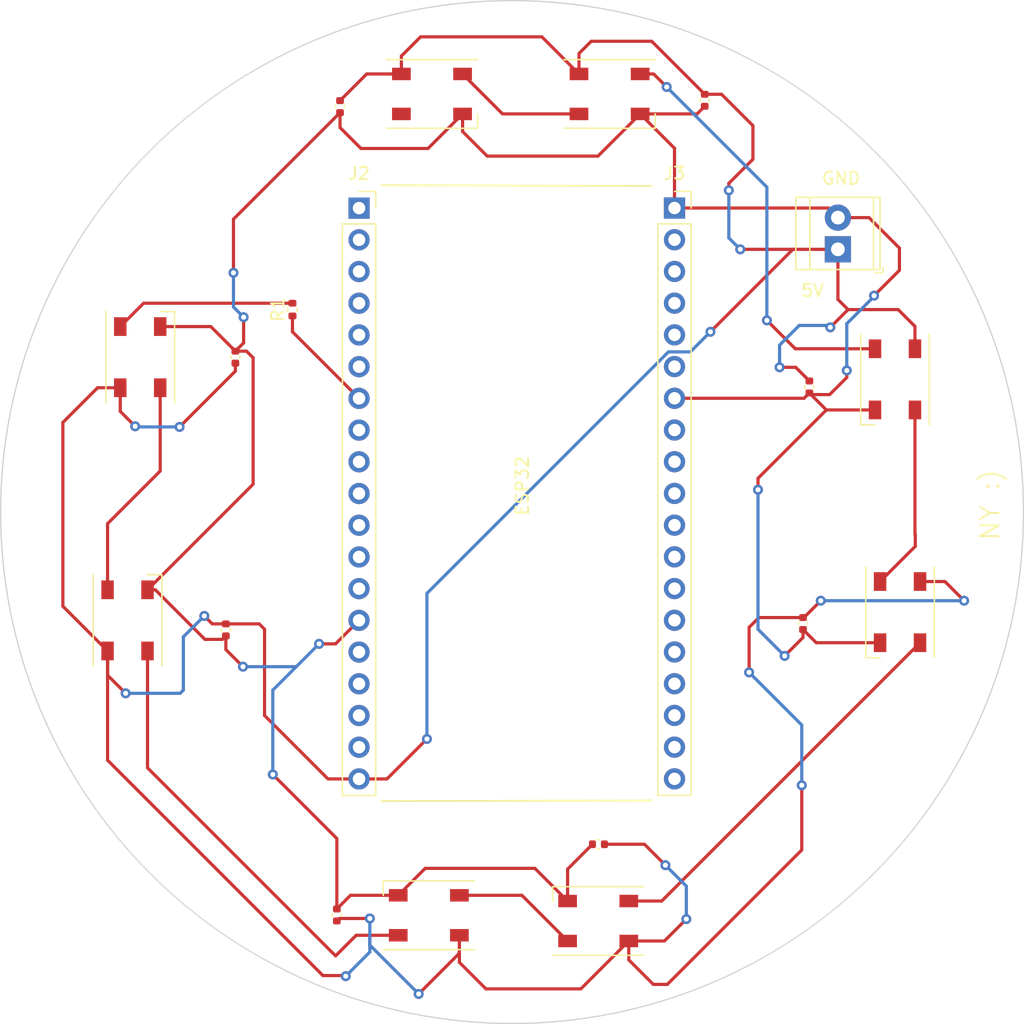
<source format=kicad_pcb>
(kicad_pcb (version 20211014) (generator pcbnew)
  (layers (0 "F.Cu" signal) (31 "B.Cu" signal) (34 "B.Paste" user) (35 "F.Paste" user) (36 "B.SilkS" user "B.Silkscreen") (37 "F.SilkS" user "F.Silkscreen") (38 "B.Mask" user) (39 "F.Mask" user) (44 "Edge.Cuts" user))
  (net 0 "")
  (net 1 "+5V")
  (net 2 "GND")
  (net 3 "Net-(D1-Pad2)")
  (net 4 "Net-(D1-Pad4)")
  (net 5 "Net-(D2-Pad4)")
  (net 6 "Net-(D3-Pad4)")
  (net 7 "Net-(D4-Pad2)")
  (net 8 "Net-(D5-Pad4)")
  (net 9 "Net-(D6-Pad4)")
  (net 11 "/32")
  (net 12 "/3V3")
  (net 13 "/EN")
  (net 14 "/VP")
  (net 15 "/VN")
  (net 16 "/34")
  (net 17 "/35")
  (net 18 "/33")
  (net 19 "/25")
  (net 20 "/26")
  (net 21 "/27")
  (net 22 "/14")
  (net 23 "/12")
  (net 24 "/13")
  (net 25 "/D2")
  (net 26 "/D3")
  (net 27 "/CMD")
  (net 28 "/23")
  (net 29 "/22")
  (net 30 "/TX")
  (net 31 "/RX")
  (net 32 "/21")
  (net 33 "/19")
  (net 34 "/18")
  (net 35 "/5")
  (net 36 "/17")
  (net 37 "/16")
  (net 38 "/4")
  (net 39 "/0")
  (net 40 "/2")
  (net 41 "/15")
  (net 42 "/D1")
  (net 43 "/D0")
  (net 44 "/CLK")
  (net 45 "Net-(D2-Pad2)")
  (footprint "LED_SMD:LED_SK6812_PLCC4_5.0x5.0mm_P3.2mm" (layer "F.Cu") (at 207.518 19.812)
    (fp_text reference "D8" hide)
    (fp_text value "SK6812" hide)
    (fp_line (start -3.65 -2.75) (end 3.65 -2.75) (layer "F.SilkS") (width 0.12))
    (fp_line (start -3.65 2.75) (end 3.65 2.75) (layer "F.SilkS") (width 0.12))
    (fp_line (start 3.65 2.75) (end 3.65 1.6) (layer "F.SilkS") (width 0.12))
    (pad "1" smd rect (at 2.45 1.6) (size 1.5 1) (layers "F.Cu" "F.Paste" "F.Mask") (net 2 "GND"))
    (pad "2" smd rect (at 2.45 -1.6) (size 1.5 1) (layers "F.Cu" "F.Paste" "F.Mask") (net 4 "Net-(D1-Pad4)"))
    (pad "3" smd rect (at -2.45 -1.6) (size 1.5 1) (layers "F.Cu" "F.Paste" "F.Mask") (net 1 "+5V"))
    (pad "4" smd rect (at -2.45 1.6) (size 1.5 1) (layers "F.Cu" "F.Paste" "F.Mask"))
  )
  (footprint "Connector_PinSocket_2.54mm:PinSocket_1x19_P2.54mm_Vertical" (layer "F.Cu") (at 226.9422 28.9492)
    (fp_text reference "J3" (at 0 -2.77) (layer "F.SilkS"))
    (fp_text value "Conn_01x19_Male" hide)
    (fp_line (start 1.33 1.27) (end 1.33 47.05) (layer "F.SilkS") (width 0.12))
    (fp_line (start -1.33 1.27) (end -1.33 47.05) (layer "F.SilkS") (width 0.12))
    (fp_line (start -1.33 1.27) (end 1.33 1.27) (layer "F.SilkS") (width 0.12))
    (fp_line (start 1.33 -1.33) (end 1.33 0) (layer "F.SilkS") (width 0.12))
    (fp_line (start -1.33 47.05) (end 1.33 47.05) (layer "F.SilkS") (width 0.12))
    (fp_line (start 0 -1.33) (end 1.33 -1.33) (layer "F.SilkS") (width 0.12))
    (pad "1" thru_hole rect (at 0 0) (size 1.7 1.7) (drill 1) (layers *.Cu *.Mask) (net 2 "GND"))
    (pad "2" thru_hole oval (at 0 2.54) (size 1.7 1.7) (drill 1) (layers *.Cu *.Mask) (net 28 "/23"))
    (pad "3" thru_hole oval (at 0 5.08) (size 1.7 1.7) (drill 1) (layers *.Cu *.Mask) (net 29 "/22"))
    (pad "4" thru_hole oval (at 0 7.62) (size 1.7 1.7) (drill 1) (layers *.Cu *.Mask) (net 30 "/TX"))
    (pad "5" thru_hole oval (at 0 10.16) (size 1.7 1.7) (drill 1) (layers *.Cu *.Mask) (net 31 "/RX"))
    (pad "6" thru_hole oval (at 0 12.7) (size 1.7 1.7) (drill 1) (layers *.Cu *.Mask) (net 32 "/21"))
    (pad "7" thru_hole oval (at 0 15.24) (size 1.7 1.7) (drill 1) (layers *.Cu *.Mask) (net 2 "GND"))
    (pad "8" thru_hole oval (at 0 17.78) (size 1.7 1.7) (drill 1) (layers *.Cu *.Mask) (net 33 "/19"))
    (pad "9" thru_hole oval (at 0 20.32) (size 1.7 1.7) (drill 1) (layers *.Cu *.Mask) (net 34 "/18"))
    (pad "10" thru_hole oval (at 0 22.86) (size 1.7 1.7) (drill 1) (layers *.Cu *.Mask) (net 35 "/5"))
    (pad "11" thru_hole oval (at 0 25.4) (size 1.7 1.7) (drill 1) (layers *.Cu *.Mask) (net 36 "/17"))
    (pad "12" thru_hole oval (at 0 27.94) (size 1.7 1.7) (drill 1) (layers *.Cu *.Mask) (net 37 "/16"))
    (pad "13" thru_hole oval (at 0 30.48) (size 1.7 1.7) (drill 1) (layers *.Cu *.Mask) (net 38 "/4"))
    (pad "14" thru_hole oval (at 0 33.02) (size 1.7 1.7) (drill 1) (layers *.Cu *.Mask) (net 39 "/0"))
    (pad "15" thru_hole oval (at 0 35.56) (size 1.7 1.7) (drill 1) (layers *.Cu *.Mask) (net 40 "/2"))
    (pad "16" thru_hole oval (at 0 38.1) (size 1.7 1.7) (drill 1) (layers *.Cu *.Mask) (net 41 "/15"))
    (pad "17" thru_hole oval (at 0 40.64) (size 1.7 1.7) (drill 1) (layers *.Cu *.Mask) (net 42 "/D1"))
    (pad "18" thru_hole oval (at 0 43.18) (size 1.7 1.7) (drill 1) (layers *.Cu *.Mask) (net 43 "/D0"))
    (pad "19" thru_hole oval (at 0 45.72) (size 1.7 1.7) (drill 1) (layers *.Cu *.Mask) (net 44 "/CLK"))
  )
  (footprint "Capacitor_SMD:C_0402_1005Metric" (layer "F.Cu") (at 191.77 40.894 90)
    (fp_text reference "C2" hide)
    (fp_text value "0.39uF" hide)
    (fp_line (start -0.107836 0.36) (end 0.107836 0.36) (layer "F.SilkS") (width 0.12))
    (fp_line (start -0.107836 -0.36) (end 0.107836 -0.36) (layer "F.SilkS") (width 0.12))
    (pad "1" smd roundrect (at -0.48 0 90) (size 0.56 0.62) (layers "F.Cu" "F.Paste" "F.Mask") (net 1 "+5V"))
    (pad "2" smd roundrect (at 0.48 0 90) (size 0.56 0.62) (layers "F.Cu" "F.Paste" "F.Mask") (net 2 "GND"))
  )
  (footprint "Capacitor_SMD:C_0402_1005Metric" (layer "F.Cu") (at 220.8504 79.9084 180)
    (fp_text reference "C6" hide)
    (fp_text value "0.39uF" hide)
    (fp_line (start -0.107836 -0.36) (end 0.107836 -0.36) (layer "F.SilkS") (width 0.12))
    (fp_line (start -0.107836 0.36) (end 0.107836 0.36) (layer "F.SilkS") (width 0.12))
    (pad "1" smd roundrect (at -0.48 0 180) (size 0.56 0.62) (layers "F.Cu" "F.Paste" "F.Mask") (net 1 "+5V"))
    (pad "2" smd roundrect (at 0.48 0 180) (size 0.56 0.62) (layers "F.Cu" "F.Paste" "F.Mask") (net 2 "GND"))
  )
  (footprint "Capacitor_SMD:C_0402_1005Metric" (layer "F.Cu") (at 237.236 62.23 -90)
    (fp_text reference "C4" hide)
    (fp_text value "0.39uF" hide)
    (fp_line (start -0.107836 0.36) (end 0.107836 0.36) (layer "F.SilkS") (width 0.12))
    (fp_line (start -0.107836 -0.36) (end 0.107836 -0.36) (layer "F.SilkS") (width 0.12))
    (pad "1" smd roundrect (at -0.48 0 270) (size 0.56 0.62) (layers "F.Cu" "F.Paste" "F.Mask") (net 1 "+5V"))
    (pad "2" smd roundrect (at 0.48 0 270) (size 0.56 0.62) (layers "F.Cu" "F.Paste" "F.Mask") (net 2 "GND"))
  )
  (footprint "Capacitor_SMD:C_0402_1005Metric" (layer "F.Cu") (at 200.152 20.828 -90)
    (fp_text reference "C8" hide)
    (fp_text value "0.39uF" hide)
    (fp_line (start -0.107836 0.36) (end 0.107836 0.36) (layer "F.SilkS") (width 0.12))
    (fp_line (start -0.107836 -0.36) (end 0.107836 -0.36) (layer "F.SilkS") (width 0.12))
    (pad "1" smd roundrect (at -0.48 0 270) (size 0.56 0.62) (layers "F.Cu" "F.Paste" "F.Mask") (net 1 "+5V"))
    (pad "2" smd roundrect (at 0.48 0 270) (size 0.56 0.62) (layers "F.Cu" "F.Paste" "F.Mask") (net 2 "GND"))
  )
  (footprint "TerminalBlock_TE-Connectivity:TerminalBlock_TE_282834-2_1x02_P2.54mm_Horizontal" (layer "F.Cu") (at 240.03 32.258 90)
    (fp_text reference "J1" hide)
    (fp_text value "Screw_Terminal_01x02" hide)
    (fp_line (start -1.86 3.61) (end -1.46 3.61) (layer "F.SilkS") (width 0.12))
    (fp_line (start -1.62 -3.37) (end 4.16 -3.37) (layer "F.SilkS") (width 0.12))
    (fp_line (start 4.16 -3.37) (end 4.16 3.37) (layer "F.SilkS") (width 0.12))
    (fp_line (start -1.62 2.85) (end 4.16 2.85) (layer "F.SilkS") (width 0.12))
    (fp_line (start -1.62 -2.25) (end 4.16 -2.25) (layer "F.SilkS") (width 0.12))
    (fp_line (start -1.62 3.37) (end 4.16 3.37) (layer "F.SilkS") (width 0.12))
    (fp_line (start -1.62 -3.37) (end -1.62 3.37) (layer "F.SilkS") (width 0.12))
    (fp_line (start -1.86 2.97) (end -1.86 3.61) (layer "F.SilkS") (width 0.12))
    (pad "1" thru_hole rect (at 0 0 90) (size 2.1 2.1) (drill 1.1) (layers *.Cu *.Mask) (net 1 "+5V"))
    (pad "2" thru_hole circle (at 2.54 0 90) (size 2.1 2.1) (drill 1.1) (layers *.Cu *.Mask) (net 2 "GND"))
  )
  (footprint "Resistor_SMD:R_0402_1005Metric" (layer "F.Cu") (at 196.342 37.084 90)
    (fp_text reference "R1" (at 0 -1.17 90) (layer "F.SilkS"))
    (fp_text value "330Ω" hide)
    (fp_line (start -0.153641 0.38) (end 0.153641 0.38) (layer "F.SilkS") (width 0.12))
    (fp_line (start -0.153641 -0.38) (end 0.153641 -0.38) (layer "F.SilkS") (width 0.12))
    (pad "1" smd roundrect (at -0.51 0 90) (size 0.54 0.64) (layers "F.Cu" "F.Paste" "F.Mask") (net 11 "/32"))
    (pad "2" smd roundrect (at 0.51 0 90) (size 0.54 0.64) (layers "F.Cu" "F.Paste" "F.Mask") (net 45 "Net-(D2-Pad2)"))
  )
  (footprint "Capacitor_SMD:C_0402_1005Metric" (layer "F.Cu") (at 237.744 43.2816 -90)
    (fp_text reference "C3" hide)
    (fp_text value "0.39uF" hide)
    (fp_line (start -0.107836 -0.36) (end 0.107836 -0.36) (layer "F.SilkS") (width 0.12))
    (fp_line (start -0.107836 0.36) (end 0.107836 0.36) (layer "F.SilkS") (width 0.12))
    (pad "1" smd roundrect (at -0.48 0 270) (size 0.56 0.62) (layers "F.Cu" "F.Paste" "F.Mask") (net 1 "+5V"))
    (pad "2" smd roundrect (at 0.48 0 270) (size 0.56 0.62) (layers "F.Cu" "F.Paste" "F.Mask") (net 2 "GND"))
  )
  (footprint "Capacitor_SMD:C_0402_1005Metric" (layer "F.Cu") (at 199.898 85.57 90)
    (fp_text reference "C7" hide)
    (fp_text value "0.39uF" hide)
    (fp_line (start -0.107836 -0.36) (end 0.107836 -0.36) (layer "F.SilkS") (width 0.12))
    (fp_line (start -0.107836 0.36) (end 0.107836 0.36) (layer "F.SilkS") (width 0.12))
    (pad "1" smd roundrect (at -0.48 0 90) (size 0.56 0.62) (layers "F.Cu" "F.Paste" "F.Mask") (net 1 "+5V"))
    (pad "2" smd roundrect (at 0.48 0 90) (size 0.56 0.62) (layers "F.Cu" "F.Paste" "F.Mask") (net 2 "GND"))
  )
  (footprint "LED_SMD:LED_SK6812_PLCC4_5.0x5.0mm_P3.2mm" (layer "F.Cu") (at 220.8276 86.0552 180)
    (fp_text reference "D6" hide)
    (fp_text value "SK6812" hide)
    (fp_line (start -3.65 -2.75) (end 3.65 -2.75) (layer "F.SilkS") (width 0.12))
    (fp_line (start -3.65 2.75) (end 3.65 2.75) (layer "F.SilkS") (width 0.12))
    (fp_line (start 3.65 2.75) (end 3.65 1.6) (layer "F.SilkS") (width 0.12))
    (pad "1" smd rect (at 2.45 1.6 180) (size 1.5 1) (layers "F.Cu" "F.Paste" "F.Mask") (net 2 "GND"))
    (pad "2" smd rect (at 2.45 -1.6 180) (size 1.5 1) (layers "F.Cu" "F.Paste" "F.Mask") (net 8 "Net-(D5-Pad4)"))
    (pad "3" smd rect (at -2.45 -1.6 180) (size 1.5 1) (layers "F.Cu" "F.Paste" "F.Mask") (net 1 "+5V"))
    (pad "4" smd rect (at -2.45 1.6 180) (size 1.5 1) (layers "F.Cu" "F.Paste" "F.Mask") (net 9 "Net-(D6-Pad4)"))
  )
  (footprint "LED_SMD:LED_SK6812_PLCC4_5.0x5.0mm_P3.2mm" (layer "F.Cu") (at 183.134 61.976 90)
    (fp_text reference "D3" hide)
    (fp_text value "SK6812" hide)
    (fp_line (start 3.65 2.75) (end 3.65 1.6) (layer "F.SilkS") (width 0.12))
    (fp_line (start -3.65 2.75) (end 3.65 2.75) (layer "F.SilkS") (width 0.12))
    (fp_line (start -3.65 -2.75) (end 3.65 -2.75) (layer "F.SilkS") (width 0.12))
    (pad "1" smd rect (at 2.45 1.6 90) (size 1.5 1) (layers "F.Cu" "F.Paste" "F.Mask") (net 2 "GND"))
    (pad "2" smd rect (at 2.45 -1.6 90) (size 1.5 1) (layers "F.Cu" "F.Paste" "F.Mask") (net 5 "Net-(D2-Pad4)"))
    (pad "3" smd rect (at -2.45 -1.6 90) (size 1.5 1) (layers "F.Cu" "F.Paste" "F.Mask") (net 1 "+5V"))
    (pad "4" smd rect (at -2.45 1.6 90) (size 1.5 1) (layers "F.Cu" "F.Paste" "F.Mask") (net 6 "Net-(D3-Pad4)"))
  )
  (footprint "LED_SMD:LED_SK6812_PLCC4_5.0x5.0mm_P3.2mm" (layer "F.Cu") (at 244.602 42.672 -90)
    (fp_text reference "D4" hide)
    (fp_text value "SK6812" hide)
    (fp_line (start 3.65 2.75) (end 3.65 1.6) (layer "F.SilkS") (width 0.12))
    (fp_line (start -3.65 -2.75) (end 3.65 -2.75) (layer "F.SilkS") (width 0.12))
    (fp_line (start -3.65 2.75) (end 3.65 2.75) (layer "F.SilkS") (width 0.12))
    (pad "1" smd rect (at 2.45 1.6 270) (size 1.5 1) (layers "F.Cu" "F.Paste" "F.Mask") (net 2 "GND"))
    (pad "2" smd rect (at 2.45 -1.6 270) (size 1.5 1) (layers "F.Cu" "F.Paste" "F.Mask") (net 7 "Net-(D4-Pad2)"))
    (pad "3" smd rect (at -2.45 -1.6 270) (size 1.5 1) (layers "F.Cu" "F.Paste" "F.Mask") (net 1 "+5V"))
    (pad "4" smd rect (at -2.45 1.6 270) (size 1.5 1) (layers "F.Cu" "F.Paste" "F.Mask") (net 3 "Net-(D1-Pad2)"))
  )
  (footprint "Connector_PinSocket_2.54mm:PinSocket_1x19_P2.54mm_Vertical" (layer "F.Cu") (at 201.676 28.956)
    (fp_text reference "J2" (at 0 -2.77) (layer "F.SilkS"))
    (fp_text value "Conn_01x19_Male" hide)
    (fp_line (start 1.33 1.27) (end 1.33 47.05) (layer "F.SilkS") (width 0.12))
    (fp_line (start -1.33 1.27) (end 1.33 1.27) (layer "F.SilkS") (width 0.12))
    (fp_line (start -1.33 47.05) (end 1.33 47.05) (layer "F.SilkS") (width 0.12))
    (fp_line (start 1.33 -1.33) (end 1.33 0) (layer "F.SilkS") (width 0.12))
    (fp_line (start -1.33 1.27) (end -1.33 47.05) (layer "F.SilkS") (width 0.12))
    (fp_line (start 0 -1.33) (end 1.33 -1.33) (layer "F.SilkS") (width 0.12))
    (pad "1" thru_hole rect (at 0 0) (size 1.7 1.7) (drill 1) (layers *.Cu *.Mask) (net 12 "/3V3"))
    (pad "2" thru_hole oval (at 0 2.54) (size 1.7 1.7) (drill 1) (layers *.Cu *.Mask) (net 13 "/EN"))
    (pad "3" thru_hole oval (at 0 5.08) (size 1.7 1.7) (drill 1) (layers *.Cu *.Mask) (net 14 "/VP"))
    (pad "4" thru_hole oval (at 0 7.62) (size 1.7 1.7) (drill 1) (layers *.Cu *.Mask) (net 15 "/VN"))
    (pad "5" thru_hole oval (at 0 10.16) (size 1.7 1.7) (drill 1) (layers *.Cu *.Mask) (net 16 "/34"))
    (pad "6" thru_hole oval (at 0 12.7) (size 1.7 1.7) (drill 1) (layers *.Cu *.Mask) (net 17 "/35"))
    (pad "7" thru_hole oval (at 0 15.24) (size 1.7 1.7) (drill 1) (layers *.Cu *.Mask) (net 11 "/32"))
    (pad "8" thru_hole oval (at 0 17.78) (size 1.7 1.7) (drill 1) (layers *.Cu *.Mask) (net 18 "/33"))
    (pad "9" thru_hole oval (at 0 20.32) (size 1.7 1.7) (drill 1) (layers *.Cu *.Mask) (net 19 "/25"))
    (pad "10" thru_hole oval (at 0 22.86) (size 1.7 1.7) (drill 1) (layers *.Cu *.Mask) (net 20 "/26"))
    (pad "11" thru_hole oval (at 0 25.4) (size 1.7 1.7) (drill 1) (layers *.Cu *.Mask) (net 21 "/27"))
    (pad "12" thru_hole oval (at 0 27.94) (size 1.7 1.7) (drill 1) (layers *.Cu *.Mask) (net 22 "/14"))
    (pad "13" thru_hole oval (at 0 30.48) (size 1.7 1.7) (drill 1) (layers *.Cu *.Mask) (net 23 "/12"))
    (pad "14" thru_hole oval (at 0 33.02) (size 1.7 1.7) (drill 1) (layers *.Cu *.Mask) (net 2 "GND"))
    (pad "15" thru_hole oval (at 0 35.56) (size 1.7 1.7) (drill 1) (layers *.Cu *.Mask) (net 24 "/13"))
    (pad "16" thru_hole oval (at 0 38.1) (size 1.7 1.7) (drill 1) (layers *.Cu *.Mask) (net 25 "/D2"))
    (pad "17" thru_hole oval (at 0 40.64) (size 1.7 1.7) (drill 1) (layers *.Cu *.Mask) (net 26 "/D3"))
    (pad "18" thru_hole oval (at 0 43.18) (size 1.7 1.7) (drill 1) (layers *.Cu *.Mask) (net 27 "/CMD"))
    (pad "19" thru_hole oval (at 0 45.72) (size 1.7 1.7) (drill 1) (layers *.Cu *.Mask) (net 1 "+5V"))
  )
  (footprint "Capacitor_SMD:C_0402_1005Metric" (layer "F.Cu") (at 229.362 20.32 -90)
    (fp_text reference "C1" hide)
    (fp_text value "0.39uF" hide)
    (fp_line (start -0.107836 0.36) (end 0.107836 0.36) (layer "F.SilkS") (width 0.12))
    (fp_line (start -0.107836 -0.36) (end 0.107836 -0.36) (layer "F.SilkS") (width 0.12))
    (pad "1" smd roundrect (at -0.48 0 270) (size 0.56 0.62) (layers "F.Cu" "F.Paste" "F.Mask") (net 1 "+5V"))
    (pad "2" smd roundrect (at 0.48 0 270) (size 0.56 0.62) (layers "F.Cu" "F.Paste" "F.Mask") (net 2 "GND"))
  )
  (footprint "LED_SMD:LED_SK6812_PLCC4_5.0x5.0mm_P3.2mm" (layer "F.Cu") (at 245.0084 61.3156 -90)
    (fp_text reference "D7" hide)
    (fp_text value "SK6812" hide)
    (fp_line (start 3.65 2.75) (end 3.65 1.6) (layer "F.SilkS") (width 0.12))
    (fp_line (start -3.65 2.75) (end 3.65 2.75) (layer "F.SilkS") (width 0.12))
    (fp_line (start -3.65 -2.75) (end 3.65 -2.75) (layer "F.SilkS") (width 0.12))
    (pad "1" smd rect (at 2.45 1.6 270) (size 1.5 1) (layers "F.Cu" "F.Paste" "F.Mask") (net 2 "GND"))
    (pad "2" smd rect (at 2.45 -1.6 270) (size 1.5 1) (layers "F.Cu" "F.Paste" "F.Mask") (net 9 "Net-(D6-Pad4)"))
    (pad "3" smd rect (at -2.45 -1.6 270) (size 1.5 1) (layers "F.Cu" "F.Paste" "F.Mask") (net 1 "+5V"))
    (pad "4" smd rect (at -2.45 1.6 270) (size 1.5 1) (layers "F.Cu" "F.Paste" "F.Mask") (net 7 "Net-(D4-Pad2)"))
  )
  (footprint "Capacitor_SMD:C_0402_1005Metric" (layer "F.Cu") (at 191.008 62.738 -90)
    (fp_text reference "C5" hide)
    (fp_text value "0.39uF" hide)
    (fp_line (start -0.107836 -0.36) (end 0.107836 -0.36) (layer "F.SilkS") (width 0.12))
    (fp_line (start -0.107836 0.36) (end 0.107836 0.36) (layer "F.SilkS") (width 0.12))
    (pad "1" smd roundrect (at -0.48 0 270) (size 0.56 0.62) (layers "F.Cu" "F.Paste" "F.Mask") (net 1 "+5V"))
    (pad "2" smd roundrect (at 0.48 0 270) (size 0.56 0.62) (layers "F.Cu" "F.Paste" "F.Mask") (net 2 "GND"))
  )
  (footprint "LED_SMD:LED_SK6812_PLCC4_5.0x5.0mm_P3.2mm" (layer "F.Cu") (at 184.15 40.894 90)
    (fp_text reference "D2" hide)
    (fp_text value "SK6812" hide)
    (fp_line (start -3.65 -2.75) (end 3.65 -2.75) (layer "F.SilkS") (width 0.12))
    (fp_line (start -3.65 2.75) (end 3.65 2.75) (layer "F.SilkS") (width 0.12))
    (fp_line (start 3.65 2.75) (end 3.65 1.6) (layer "F.SilkS") (width 0.12))
    (pad "1" smd rect (at 2.45 1.6 90) (size 1.5 1) (layers "F.Cu" "F.Paste" "F.Mask") (net 2 "GND"))
    (pad "2" smd rect (at 2.45 -1.6 90) (size 1.5 1) (layers "F.Cu" "F.Paste" "F.Mask") (net 45 "Net-(D2-Pad2)"))
    (pad "3" smd rect (at -2.45 -1.6 90) (size 1.5 1) (layers "F.Cu" "F.Paste" "F.Mask") (net 1 "+5V"))
    (pad "4" smd rect (at -2.45 1.6 90) (size 1.5 1) (layers "F.Cu" "F.Paste" "F.Mask") (net 5 "Net-(D2-Pad4)"))
  )
  (footprint "LED_SMD:LED_SK6812_PLCC4_5.0x5.0mm_P3.2mm" (layer "F.Cu") (at 207.264 85.598 180)
    (fp_text reference "D5" hide)
    (fp_text value "SK6812" hide)
    (fp_line (start 3.65 2.75) (end 3.65 1.6) (layer "F.SilkS") (width 0.12))
    (fp_line (start -3.65 -2.75) (end 3.65 -2.75) (layer "F.SilkS") (width 0.12))
    (fp_line (start -3.65 2.75) (end 3.65 2.75) (layer "F.SilkS") (width 0.12))
    (pad "1" smd rect (at 2.45 1.6 180) (size 1.5 1) (layers "F.Cu" "F.Paste" "F.Mask") (net 2 "GND"))
    (pad "2" smd rect (at 2.45 -1.6 180) (size 1.5 1) (layers "F.Cu" "F.Paste" "F.Mask") (net 6 "Net-(D3-Pad4)"))
    (pad "3" smd rect (at -2.45 -1.6 180) (size 1.5 1) (layers "F.Cu" "F.Paste" "F.Mask") (net 1 "+5V"))
    (pad "4" smd rect (at -2.45 1.6 180) (size 1.5 1) (layers "F.Cu" "F.Paste" "F.Mask") (net 8 "Net-(D5-Pad4)"))
  )
  (footprint "LED_SMD:LED_SK6812_PLCC4_5.0x5.0mm_P3.2mm" (layer "F.Cu") (at 221.742 19.812)
    (fp_text reference "D1" hide)
    (fp_text value "SK6812" hide)
    (fp_line (start -3.65 -2.75) (end 3.65 -2.75) (layer "F.SilkS") (width 0.12))
    (fp_line (start -3.65 2.75) (end 3.65 2.75) (layer "F.SilkS") (width 0.12))
    (fp_line (start 3.65 2.75) (end 3.65 1.6) (layer "F.SilkS") (width 0.12))
    (pad "1" smd rect (at 2.45 1.6) (size 1.5 1) (layers "F.Cu" "F.Paste" "F.Mask") (net 2 "GND"))
    (pad "2" smd rect (at 2.45 -1.6) (size 1.5 1) (layers "F.Cu" "F.Paste" "F.Mask") (net 3 "Net-(D1-Pad2)"))
    (pad "3" smd rect (at -2.45 -1.6) (size 1.5 1) (layers "F.Cu" "F.Paste" "F.Mask") (net 1 "+5V"))
    (pad "4" smd rect (at -2.45 1.6) (size 1.5 1) (layers "F.Cu" "F.Paste" "F.Mask") (net 4 "Net-(D1-Pad4)"))
  )
  (gr_line (start 203.454 27.1272) (end 225.0948 27.178) (layer "F.SilkS") (width 0.15))
  (gr_line (start 203.454 76.454) (end 225.0948 76.4032) (layer "F.SilkS") (width 0.15))
  (gr_circle (center 213.93 53.3) (end 254.892097 53.3) (layer "Edge.Cuts") (width 0.1) (fill none))
  (gr_text "ESP32\n" (at 214.752 51.202 90) (layer "F.SilkS") (effects (font (size 1 1))))
  (gr_text "5V" (at 237.998 35.56) (layer "F.SilkS") (effects (font (size 1 1))))
  (gr_text "NY :)\n" (at 252.222 52.7304 90) (layer "F.SilkS") (effects (font (size 1.5 1.5))))
  (gr_text "GND\n" (at 240.284 26.5684) (layer "F.SilkS") (effects (font (size 1 1))))
  (segment (start 250.1392 60.4012) (end 248.6036 58.8656) (width 0.254) (layer "F.Cu") (net 1))
  (segment (start 182.55 45.2376) (end 182.55 43.344) (width 0.254) (layer "F.Cu") (net 1))
  (segment (start 205.068 16.7756) (end 206.6036 15.24) (width 0.254) (layer "F.Cu") (net 1))
  (segment (start 181.534 64.426) (end 181.534 73.1776) (width 0.254) (layer "F.Cu") (net 1))
  (segment (start 191.008 62.258) (end 189.9184 62.258) (width 0.254) (layer "F.Cu") (net 1))
  (segment (start 219.442 91.4908) (end 223.2776 87.6552) (width 0.254) (layer "F.Cu") (net 1))
  (segment (start 240.03 36.2712) (end 240.03 32.258) (width 0.254) (layer "F.Cu") (net 1))
  (segment (start 205.068 18.212) (end 205.068 16.7756) (width 0.254) (layer "F.Cu") (net 1))
  (segment (start 230.7108 19.84) (end 233.2228 22.352) (width 0.254) (layer "F.Cu") (net 1))
  (segment (start 194.1068 62.6872) (end 193.6776 62.258) (width 0.254) (layer "F.Cu") (net 1))
  (segment (start 191.77 41.374) (end 191.77 42.0116) (width 0.254) (layer "F.Cu") (net 1))
  (segment (start 236.4232 32.258) (end 229.8192 38.862) (width 0.254) (layer "F.Cu") (net 1))
  (segment (start 200.096 85.852) (end 202.5396 85.852) (width 0.254) (layer "F.Cu") (net 1))
  (segment (start 206.4512 91.8972) (end 209.714 88.6344) (width 0.254) (layer "F.Cu") (net 1))
  (segment (start 209.714 88.6344) (end 209.714 87.198) (width 0.254) (layer "F.Cu") (net 1))
  (segment (start 226.1364 87.6552) (end 223.2776 87.6552) (width 0.254) (layer "F.Cu") (net 1))
  (segment (start 232.918 62.5348) (end 233.7028 61.75) (width 0.254) (layer "F.Cu") (net 1))
  (segment (start 225.2472 91.1352) (end 226.3648 91.1352) (width 0.254) (layer "F.Cu") (net 1))
  (segment (start 240.03 32.258) (end 236.4232 32.258) (width 0.254) (layer "F.Cu") (net 1))
  (segment (start 244.856 37.084) (end 240.8428 37.084) (width 0.254) (layer "F.Cu") (net 1))
  (segment (start 183.7436 46.4312) (end 182.55 45.2376) (width 0.254) (layer "F.Cu") (net 1))
  (segment (start 223.2776 87.6552) (end 223.2776 89.1656) (width 0.254) (layer "F.Cu") (net 1))
  (segment (start 193.6776 62.258) (end 191.008 62.258) (width 0.254) (layer "F.Cu") (net 1))
  (segment (start 229.362 19.84) (end 230.7108 19.84) (width 0.254) (layer "F.Cu") (net 1))
  (segment (start 236.6492 41.7068) (end 237.744 42.8016) (width 0.254) (layer "F.Cu") (net 1))
  (segment (start 225.1176 15.5956) (end 229.362 19.84) (width 0.254) (layer "F.Cu") (net 1))
  (segment (start 232.2068 32.258) (end 236.4232 32.258) (width 0.254) (layer "F.Cu") (net 1))
  (segment (start 246.202 40.222) (end 246.202 38.43) (width 0.254) (layer "F.Cu") (net 1))
  (segment (start 240.8428 37.084) (end 239.4204 38.5064) (width 0.254) (layer "F.Cu") (net 1))
  (segment (start 182.55 43.344) (end 180.7348 43.344) (width 0.254) (layer "F.Cu") (net 1))
  (segment (start 235.3564 41.7068) (end 236.6492 41.7068) (width 0.254) (layer "F.Cu") (net 1))
  (segment (start 227.8888 85.9028) (end 226.1364 87.6552) (width 0.254) (layer "F.Cu") (net 1))
  (segment (start 248.6036 58.8656) (end 246.6084 58.8656) (width 0.254) (layer "F.Cu") (net 1))
  (segment (start 189.9184 62.258) (end 189.2808 61.6204) (width 0.254) (layer "F.Cu") (net 1))
  (segment (start 177.9524 60.8444) (end 181.534 64.426) (width 0.254) (layer "F.Cu") (net 1))
  (segment (start 233.2228 22.352) (end 233.2228 25.0444) (width 0.254) (layer "F.Cu") (net 1))
  (segment (start 206.6036 15.24) (end 216.32 15.24) (width 0.254) (layer "F.Cu") (net 1))
  (segment (start 203.9112 74.676) (end 201.676 74.676) (width 0.254) (layer "F.Cu") (net 1))
  (segment (start 177.9524 46.1264) (end 177.9524 60.8444) (width 0.254) (layer "F.Cu") (net 1))
  (segment (start 181.534 66.3704) (end 181.534 64.426) (width 0.254) (layer "F.Cu") (net 1))
  (segment (start 237.236 61.75) (end 237.3096 61.75) (width 0.254) (layer "F.Cu") (net 1))
  (segment (start 220.2688 15.5956) (end 225.1176 15.5956) (width 0.254) (layer "F.Cu") (net 1))
  (segment (start 226.3648 91.1352) (end 228.3968 89.1032) (width 0.254) (layer "F.Cu") (net 1))
  (segment (start 231.2924 26.9748) (end 231.2924 27.5336) (width 0.254) (layer "F.Cu") (net 1))
  (segment (start 228.3968 89.1032) (end 237.1344 80.3656) (width 0.254) (layer "F.Cu") (net 1))
  (segment (start 237.1344 80.3656) (end 237.1344 75.184) (width 0.254) (layer "F.Cu") (net 1))
  (segment (start 209.714 87.198) (end 209.714 89.3688) (width 0.254) (layer "F.Cu") (net 1))
  (segment (start 199.1868 74.676) (end 194.1068 69.596) (width 0.254) (layer "F.Cu") (net 1))
  (segment (start 211.836 91.4908) (end 219.442 91.4908) (width 0.254) (layer "F.Cu") (net 1))
  (segment (start 205.068 18.212) (end 202.288 18.212) (width 0.254) (layer "F.Cu") (net 1))
  (segment (start 182.9816 67.818) (end 181.534 66.3704) (width 0.254) (layer "F.Cu") (net 1))
  (segment (start 224.536 79.9084) (end 226.2124 81.5848) (width 0.254) (layer "F.Cu") (net 1))
  (segment (start 202.288 18.212) (end 200.152 20.348) (width 0.254) (layer "F.Cu") (net 1))
  (segment (start 219.292 16.5724) (end 220.2688 15.5956) (width 0.254) (layer "F.Cu") (net 1))
  (segment (start 237.3096 61.75) (end 238.6584 60.4012) (width 0.254) (layer "F.Cu") (net 1))
  (segment (start 181.534 73.1776) (end 198.7804 90.424) (width 0.254) (layer "F.Cu") (net 1))
  (segment (start 201.676 74.676) (end 199.1868 74.676) (width 0.254) (layer "F.Cu") (net 1))
  (segment (start 180.7348 43.344) (end 177.9524 46.1264) (width 0.254) (layer "F.Cu") (net 1))
  (segment (start 232.918 66.1416) (end 232.918 62.5348) (width 0.254) (layer "F.Cu") (net 1))
  (segment (start 240.8428 37.084) (end 240.03 36.2712) (width 0.254) (layer "F.Cu") (net 1))
  (segment (start 246.202 38.43) (end 244.856 37.084) (width 0.254) (layer "F.Cu") (net 1))
  (segment (start 233.7028 61.75) (end 237.236 61.75) (width 0.254) (layer "F.Cu") (net 1))
  (segment (start 191.77 42.0116) (end 187.2996 46.482) (width 0.254) (layer "F.Cu") (net 1))
  (segment (start 207.1116 71.4756) (end 203.9112 74.676) (width 0.254) (layer "F.Cu") (net 1))
  (segment (start 194.1068 69.596) (end 194.1068 62.6872) (width 0.254) (layer "F.Cu") (net 1))
  (segment (start 200.5584 90.424) (end 200.6092 90.4748) (width 0.254) (layer "F.Cu") (net 1))
  (segment (start 233.2228 25.0444) (end 232.41 25.8572) (width 0.254) (layer "F.Cu") (net 1))
  (segment (start 198.7804 90.424) (end 200.5584 90.424) (width 0.254) (layer "F.Cu") (net 1))
  (segment (start 221.3304 79.9084) (end 224.536 79.9084) (width 0.254) (layer "F.Cu") (net 1))
  (segment (start 223.2776 89.1656) (end 225.2472 91.1352) (width 0.254) (layer "F.Cu") (net 1))
  (segment (start 209.714 89.3688) (end 211.836 91.4908) (width 0.254) (layer "F.Cu") (net 1))
  (segment (start 216.32 15.24) (end 219.292 18.212) (width 0.254) (layer "F.Cu") (net 1))
  (segment (start 199.898 86.05) (end 200.096 85.852) (width 0.254) (layer "F.Cu") (net 1))
  (segment (start 219.292 18.212) (end 219.292 16.5724) (width 0.254) (layer "F.Cu") (net 1))
  (segment (start 232.41 25.8572) (end 231.2924 26.9748) (width 0.254) (layer "F.Cu") (net 1))
  (via (at 182.9816 67.818) (size 0.8) (drill 0.4) (layers "F.Cu" "B.Cu") (net 1))
  (via (at 207.1116 71.4756) (size 0.8) (drill 0.4) (layers "F.Cu" "B.Cu") (net 1))
  (via (at 200.6092 90.4748) (size 0.8) (drill 0.4) (layers "F.Cu" "B.Cu") (net 1))
  (via (at 235.3564 41.7068) (size 0.8) (drill 0.4) (layers "F.Cu" "B.Cu") (net 1))
  (via (at 183.7436 46.4312) (size 0.8) (drill 0.4) (layers "F.Cu" "B.Cu") (net 1))
  (via (at 250.1392 60.4012) (size 0.8) (drill 0.4) (layers "F.Cu" "B.Cu") (net 1))
  (via (at 226.2124 81.5848) (size 0.8) (drill 0.4) (layers "F.Cu" "B.Cu") (net 1))
  (via (at 232.2068 32.258) (size 0.8) (drill 0.4) (layers "F.Cu" "B.Cu") (net 1))
  (via (at 187.2996 46.482) (size 0.8) (drill 0.4) (layers "F.Cu" "B.Cu") (net 1))
  (via (at 202.5396 85.852) (size 0.8) (drill 0.4) (layers "F.Cu" "B.Cu") (net 1))
  (via (at 227.8888 85.9028) (size 0.8) (drill 0.4) (layers "F.Cu" "B.Cu") (net 1))
  (via (at 206.4512 91.8972) (size 0.8) (drill 0.4) (layers "F.Cu" "B.Cu") (net 1))
  (via (at 189.2808 61.6204) (size 0.8) (drill 0.4) (layers "F.Cu" "B.Cu") (net 1))
  (via (at 231.2924 27.5336) (size 0.8) (drill 0.4) (layers "F.Cu" "B.Cu") (net 1))
  (via (at 229.8192 38.862) (size 0.8) (drill 0.4) (layers "F.Cu" "B.Cu") (net 1))
  (via (at 237.1344 75.184) (size 0.8) (drill 0.4) (layers "F.Cu" "B.Cu") (net 1))
  (via (at 238.6584 60.4012) (size 0.8) (drill 0.4) (layers "F.Cu" "B.Cu") (net 1))
  (via (at 232.918 66.1416) (size 0.8) (drill 0.4) (layers "F.Cu" "B.Cu") (net 1))
  (via (at 239.4204 38.5064) (size 0.8) (drill 0.4) (layers "F.Cu" "B.Cu") (net 1))
  (segment (start 202.5396 87.4268) (end 202.5396 87.9856) (width 0.254) (layer "B.Cu") (net 1))
  (segment (start 187.6044 67.564) (end 187.3504 67.818) (width 0.254) (layer "B.Cu") (net 1))
  (segment (start 235.3564 39.9288) (end 235.3564 41.7068) (width 0.254) (layer "B.Cu") (net 1))
  (segment (start 189.2808 61.6204) (end 187.6044 63.2968) (width 0.254) (layer "B.Cu") (net 1))
  (segment (start 200.6092 90.4748) (end 202.5396 88.5444) (width 0.254) (layer "B.Cu") (net 1))
  (segment (start 227.8888 83.2612) (end 227.8888 85.9028) (width 0.254) (layer "B.Cu") (net 1))
  (segment (start 187.6044 63.2968) (end 187.6044 67.564) (width 0.254) (layer "B.Cu") (net 1))
  (segment (start 202.5396 85.852) (end 202.5396 87.4268) (width 0.254) (layer "B.Cu") (net 1))
  (segment (start 238.6584 60.4012) (end 250.1392 60.4012) (width 0.254) (layer "B.Cu") (net 1))
  (segment (start 228.209 40.4722) (end 226.45467 40.4722) (width 0.254) (layer "B.Cu") (net 1))
  (segment (start 237.1344 75.184) (end 237.1344 70.358) (width 0.254) (layer "B.Cu") (net 1))
  (segment (start 207.1116 59.81527) (end 207.1116 71.4756) (width 0.254) (layer "B.Cu") (net 1))
  (segment (start 202.5396 87.9856) (end 206.4512 91.8972) (width 0.254) (layer "B.Cu") (net 1))
  (segment (start 236.9312 38.354) (end 235.3564 39.9288) (width 0.254) (layer "B.Cu") (net 1))
  (segment (start 231.2924 31.3436) (end 232.2068 32.258) (width 0.254) (layer "B.Cu") (net 1))
  (segment (start 202.5396 88.5444) (end 202.5396 87.4268) (width 0.254) (layer "B.Cu") (net 1))
  (segment (start 183.7944 46.482) (end 183.7436 46.4312) (width 0.254) (layer "B.Cu") (net 1))
  (segment (start 226.45467 40.4722) (end 207.1116 59.81527) (width 0.254) (layer "B.Cu") (net 1))
  (segment (start 226.2124 81.5848) (end 227.8888 83.2612) (width 0.254) (layer "B.Cu") (net 1))
  (segment (start 237.1344 70.358) (end 232.918 66.1416) (width 0.254) (layer "B.Cu") (net 1))
  (segment (start 239.4204 38.5064) (end 239.268 38.354) (width 0.254) (layer "B.Cu") (net 1))
  (segment (start 187.2996 46.482) (end 183.7944 46.482) (width 0.254) (layer "B.Cu") (net 1))
  (segment (start 187.3504 67.818) (end 182.9816 67.818) (width 0.254) (layer "B.Cu") (net 1))
  (segment (start 229.8192 38.862) (end 228.209 40.4722) (width 0.254) (layer "B.Cu") (net 1))
  (segment (start 239.268 38.354) (end 236.9312 38.354) (width 0.254) (layer "B.Cu") (net 1))
  (segment (start 231.2924 27.5336) (end 231.2924 31.3436) (width 0.254) (layer "B.Cu") (net 1))
  (segment (start 190.726 63.5) (end 191.008 63.218) (width 0.254) (layer "F.Cu") (net 2))
  (segment (start 237.8736 43.8912) (end 237.744 43.7616) (width 0.254) (layer "F.Cu") (net 2))
  (segment (start 240.7412 42.5196) (end 239.3696 43.8912) (width 0.254) (layer "F.Cu") (net 2))
  (segment (start 191.6176 29.8424) (end 191.6176 34.1376) (width 0.254) (layer "F.Cu") (net 2))
  (segment (start 192.6616 40.414) (end 193.1924 40.9448) (width 0.254) (layer "F.Cu") (net 2))
  (segment (start 200.152 22.5044) (end 201.8284 24.1808) (width 0.254) (layer "F.Cu") (net 2))
  (segment (start 211.9376 24.7904) (end 220.8136 24.7904) (width 0.254) (layer "F.Cu") (net 2))
  (segment (start 242.5192 29.718) (end 244.9576 32.1564) (width 0.254) (layer "F.Cu") (net 2))
  (segment (start 207.1992 24.1808) (end 209.968 21.412) (width 0.254) (layer "F.Cu") (net 2))
  (segment (start 237.236 63.3476) (end 235.7628 64.8208) (width 0.254) (layer "F.Cu") (net 2))
  (segment (start 192.4304 39.7536) (end 191.77 40.414) (width 0.254) (layer "F.Cu") (net 2))
  (segment (start 189.3316 63.5) (end 190.726 63.5) (width 0.254) (layer "F.Cu") (net 2))
  (segment (start 237.744 43.7616) (end 237.3164 44.1892) (width 0.254) (layer "F.Cu") (net 2))
  (segment (start 191.008 63.218) (end 191.008 64.3128) (width 0.254) (layer "F.Cu") (net 2))
  (segment (start 244.9576 32.1564) (end 244.9576 33.9344) (width 0.254) (layer "F.Cu") (net 2))
  (segment (start 220.8136 24.7904) (end 224.192 21.412) (width 0.254) (layer "F.Cu") (net 2))
  (segment (start 209.968 21.412) (end 209.968 22.8208) (width 0.254) (layer "F.Cu") (net 2))
  (segment (start 233.6292 50.5972) (end 239.1044 45.122) (width 0.254) (layer "F.Cu") (net 2))
  (segment (start 237.236 62.71) (end 237.236 63.3476) (width 0.254) (layer "F.Cu") (net 2))
  (segment (start 192.4304 37.6936) (end 192.4304 39.7536) (width 0.254) (layer "F.Cu") (net 2))
  (segment (start 184.734 59.526) (end 185.3576 59.526) (width 0.254) (layer "F.Cu") (net 2))
  (segment (start 244.9576 33.9344) (end 242.9256 35.9664) (width 0.254) (layer "F.Cu") (net 2))
  (segment (start 185.3576 59.526) (end 189.3316 63.5) (width 0.254) (layer "F.Cu") (net 2))
  (segment (start 189.8 38.444) (end 191.77 40.414) (width 0.254) (layer "F.Cu") (net 2))
  (segment (start 218.3776 81.9012) (end 218.3776 84.4552) (width 0.254) (layer "F.Cu") (net 2))
  (segment (start 226.9422 28.9492) (end 239.2612 28.9492) (width 0.254) (layer "F.Cu") (net 2))
  (segment (start 215.7612 81.8388) (end 218.3776 84.4552) (width 0.254) (layer "F.Cu") (net 2))
  (segment (start 240.03 29.718) (end 242.5192 29.718) (width 0.254) (layer "F.Cu") (net 2))
  (segment (start 209.968 22.8208) (end 211.9376 24.7904) (width 0.254) (layer "F.Cu") (net 2))
  (segment (start 243.4084 63.7656) (end 238.2916 63.7656) (width 0.254) (layer "F.Cu") (net 2))
  (segment (start 238.2916 63.7656) (end 237.236 62.71) (width 0.254) (layer "F.Cu") (net 2))
  (segment (start 220.3704 79.9084) (end 218.3776 81.9012) (width 0.254) (layer "F.Cu") (net 2))
  (segment (start 200.152 21.308) (end 191.6176 29.8424) (width 0.254) (layer "F.Cu") (net 2))
  (segment (start 243.002 45.122) (end 239.1044 45.122) (width 0.254) (layer "F.Cu") (net 2))
  (segment (start 228.75 21.412) (end 229.362 20.8) (width 0.254) (layer "F.Cu") (net 2))
  (segment (start 185.75 38.444) (end 189.8 38.444) (width 0.254) (layer "F.Cu") (net 2))
  (segment (start 224.192 21.412) (end 228.75 21.412) (width 0.254) (layer "F.Cu") (net 2))
  (segment (start 200.152 21.308) (end 200.152 22.5044) (width 0.254) (layer "F.Cu") (net 2))
  (segment (start 233.6292 51.5112) (end 233.6292 50.5972) (width 0.254) (layer "F.Cu") (net 2))
  (segment (start 199.898 85.09) (end 200.99 83.998) (width 0.254) (layer "F.Cu") (net 2))
  (segment (start 198.4756 63.8556) (end 199.7964 63.8556) (width 0.254) (layer "F.Cu") (net 2))
  (segment (start 206.9732 81.8388) (end 215.7612 81.8388) (width 0.254) (layer "F.Cu") (net 2))
  (segment (start 200.99 83.998) (end 204.814 83.998) (width 0.254) (layer "F.Cu") (net 2))
  (segment (start 201.8284 24.1808) (end 207.1992 24.1808) (width 0.254) (layer "F.Cu") (net 2))
  (segment (start 191.008 64.3128) (end 192.3796 65.6844) (width 0.254) (layer "F.Cu") (net 2))
  (segment (start 239.1044 45.122) (end 237.744 43.7616) (width 0.254) (layer "F.Cu") (net 2))
  (segment (start 199.7964 63.8556) (end 201.676 61.976) (width 0.254) (layer "F.Cu") (net 2))
  (segment (start 193.1924 40.9448) (end 193.1924 51.0676) (width 0.254) (layer "F.Cu") (net 2))
  (segment (start 226.9422 28.9492) (end 226.9422 24.1622) (width 0.254) (layer "F.Cu") (net 2))
  (segment (start 239.3696 43.8912) (end 237.8736 43.8912) (width 0.254) (layer "F.Cu") (net 2))
  (segment (start 237.3164 44.1892) (end 226.9422 44.1892) (width 0.254) (layer "F.Cu") (net 2))
  (segment (start 199.898 79.4512) (end 194.7672 74.3204) (width 0.254) (layer "F.Cu") (net 2))
  (segment (start 226.9422 24.1622) (end 224.192 21.412) (width 0.254) (layer "F.Cu") (net 2))
  (segment (start 199.898 85.09) (end 199.898 79.4512) (width 0.254) (layer "F.Cu") (net 2))
  (segment (start 240.7412 41.9608) (end 240.7412 42.5196) (width 0.254) (layer "F.Cu") (net 2))
  (segment (start 193.1924 51.0676) (end 184.734 59.526) (width 0.254) (layer "F.Cu") (net 2))
  (segment (start 239.2612 28.9492) (end 240.03 29.718) (width 0.254) (layer "F.Cu") (net 2))
  (segment (start 191.77 40.414) (end 192.6616 40.414) (width 0.254) (layer "F.Cu") (net 2))
  (segment (start 204.814 83.998) (end 206.9732 81.8388) (width 0.254) (layer "F.Cu") (net 2))
  (via (at 191.6176 34.1376) (size 0.8) (drill 0.4) (layers "F.Cu" "B.Cu") (net 2))
  (via (at 192.3796 65.6844) (size 0.8) (drill 0.4) (layers "F.Cu" "B.Cu") (net 2))
  (via (at 194.7672 74.3204) (size 0.8) (drill 0.4) (layers "F.Cu" "B.Cu") (net 2))
  (via (at 198.4756 63.8556) (size 0.8) (drill 0.4) (layers "F.Cu" "B.Cu") (net 2))
  (via (at 235.7628 64.8208) (size 0.8) (drill 0.4) (layers "F.Cu" "B.Cu") (net 2))
  (via (at 192.4304 37.6936) (size 0.8) (drill 0.4) (layers "F.Cu" "B.Cu") (net 2))
  (via (at 242.9256 35.9664) (size 0.8) (drill 0.4) (layers "F.Cu" "B.Cu") (net 2))
  (via (at 240.7412 41.9608) (size 0.8) (drill 0.4) (layers "F.Cu" "B.Cu") (net 2))
  (via (at 233.6292 51.5112) (size 0.8) (drill 0.4) (layers "F.Cu" "B.Cu") (net 2))
  (segment (start 242.9256 35.9664) (end 242.9256 36.029334) (width 0.254) (layer "B.Cu") (net 2))
  (segment (start 191.6176 34.1376) (end 191.6176 36.8808) (width 0.254) (layer "B.Cu") (net 2))
  (segment (start 191.6176 36.8808) (end 192.4304 37.6936) (width 0.254) (layer "B.Cu") (net 2))
  (segment (start 192.3796 65.6844) (end 196.6468 65.6844) (width 0.254) (layer "B.Cu") (net 2))
  (segment (start 242.9256 36.029334) (end 240.7412 38.213734) (width 0.254) (layer "B.Cu") (net 2))
  (segment (start 196.6468 65.6844) (end 198.4756 63.8556) (width 0.254) (layer "B.Cu") (net 2))
  (segment (start 240.7412 38.213734) (end 240.7412 41.9608) (width 0.254) (layer "B.Cu") (net 2))
  (segment (start 233.6292 62.6872) (end 233.6292 51.5112) (width 0.254) (layer "B.Cu") (net 2))
  (segment (start 194.7672 67.564) (end 196.6468 65.6844) (width 0.254) (layer "B.Cu") (net 2))
  (segment (start 235.7628 64.8208) (end 233.6292 62.6872) (width 0.254) (layer "B.Cu") (net 2))
  (segment (start 194.7672 74.3204) (end 194.7672 67.564) (width 0.254) (layer "B.Cu") (net 2))
  (segment (start 236.6148 40.222) (end 243.002 40.222) (width 0.254) (layer "F.Cu") (net 3))
  (segment (start 234.3404 37.9476) (end 236.6148 40.222) (width 0.254) (layer "F.Cu") (net 3))
  (segment (start 225.2728 18.212) (end 226.314 19.2532) (width 0.254) (layer "F.Cu") (net 3))
  (segment (start 224.192 18.212) (end 225.2728 18.212) (width 0.254) (layer "F.Cu") (net 3))
  (via (at 234.3404 37.9476) (size 0.8) (drill 0.4) (layers "F.Cu" "B.Cu") (net 3))
  (via (at 226.314 19.2532) (size 0.8) (drill 0.4) (layers "F.Cu" "B.Cu") (net 3))
  (segment (start 226.314 19.2532) (end 234.3404 27.2796) (width 0.254) (layer "B.Cu") (net 3))
  (segment (start 234.3404 27.2796) (end 234.3404 37.9476) (width 0.254) (layer "B.Cu") (net 3))
  (segment (start 213.168 21.412) (end 209.968 18.212) (width 0.254) (layer "F.Cu") (net 4))
  (segment (start 219.292 21.412) (end 213.168 21.412) (width 0.254) (layer "F.Cu") (net 4))
  (segment (start 181.534 54.2288) (end 181.534 59.526) (width 0.254) (layer "F.Cu") (net 5))
  (segment (start 185.75 50.0128) (end 181.534 54.2288) (width 0.254) (layer "F.Cu") (net 5))
  (segment (start 185.75 43.344) (end 185.75 50.0128) (width 0.254) (layer "F.Cu") (net 5))
  (segment (start 184.734 73.7868) (end 199.7964 88.8492) (width 0.254) (layer "F.Cu") (net 6))
  (segment (start 184.734 64.426) (end 184.734 73.7868) (width 0.254) (layer "F.Cu") (net 6))
  (segment (start 199.7964 88.8492) (end 201.4476 87.198) (width 0.254) (layer "F.Cu") (net 6))
  (segment (start 201.4476 87.198) (end 204.814 87.198) (width 0.254) (layer "F.Cu") (net 6))
  (segment (start 246.2276 55.118) (end 246.202 55.0924) (width 0.254) (layer "F.Cu") (net 7))
  (segment (start 246.2276 56.0464) (end 246.2276 55.118) (width 0.254) (layer "F.Cu") (net 7))
  (segment (start 246.202 55.0924) (end 246.202 45.122) (width 0.254) (layer "F.Cu") (net 7))
  (segment (start 243.4084 58.8656) (end 246.2276 56.0464) (width 0.254) (layer "F.Cu") (net 7))
  (segment (start 214.7204 83.998) (end 218.3776 87.6552) (width 0.254) (layer "F.Cu") (net 8))
  (segment (start 209.714 83.998) (end 214.7204 83.998) (width 0.254) (layer "F.Cu") (net 8))
  (segment (start 225.9188 84.4552) (end 246.6084 63.7656) (width 0.254) (layer "F.Cu") (net 9))
  (segment (start 223.2776 84.4552) (end 225.9188 84.4552) (width 0.254) (layer "F.Cu") (net 9))
  (segment (start 196.342 37.594) (end 196.342 38.862) (width 0.254) (layer "F.Cu") (net 11))
  (segment (start 196.342 38.862) (end 201.676 44.196) (width 0.254) (layer "F.Cu") (net 11))
  (segment (start 196.342 36.574) (end 184.42 36.574) (width 0.254) (layer "F.Cu") (net 45))
  (segment (start 184.42 36.574) (end 182.55 38.444) (width 0.254) (layer "F.Cu") (net 45))
)
</source>
